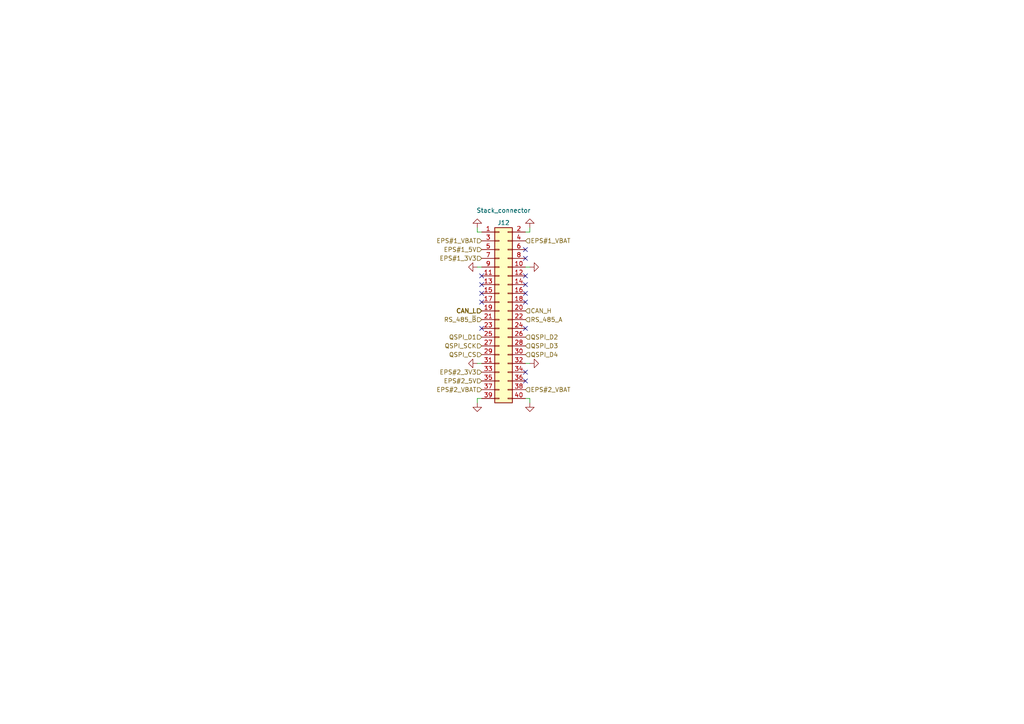
<source format=kicad_sch>
(kicad_sch (version 20210621) (generator eeschema)
  (paper "A4")
  (title_block (title "BUTCube - communication module") (date "2021-11-18") (rev "v0.2") (company "VUT - FIT(STRaDe) & FME(IAE & IPE)") (comment 1 "Author: Štěpán Rydlo"))
  (lib_symbols
    (symbol "Connector_Generic:Conn_02x20_Odd_Even" (pin_names (offset 1.016) hide)
      (property "Reference" "J" (at 1.27 25.4 0))
      (property "Value" "Conn_02x20_Odd_Even" (at 1.27 -27.94 0))
      (symbol "Conn_02x20_Odd_Even_1_1"
        (rectangle (start -1.27 -25.273) (end 0 -25.527) (stroke (width 0.1524)))
        (rectangle (start -1.27 -22.733) (end 0 -22.987) (stroke (width 0.1524)))
        (rectangle (start -1.27 -20.193) (end 0 -20.447) (stroke (width 0.1524)))
        (rectangle (start -1.27 -17.653) (end 0 -17.907) (stroke (width 0.1524)))
        (rectangle (start -1.27 -15.113) (end 0 -15.367) (stroke (width 0.1524)))
        (rectangle (start -1.27 -12.573) (end 0 -12.827) (stroke (width 0.1524)))
        (rectangle (start -1.27 -10.033) (end 0 -10.287) (stroke (width 0.1524)))
        (rectangle (start -1.27 -7.493) (end 0 -7.747) (stroke (width 0.1524)))
        (rectangle (start -1.27 -4.953) (end 0 -5.207) (stroke (width 0.1524)))
        (rectangle (start -1.27 -2.413) (end 0 -2.667) (stroke (width 0.1524)))
        (rectangle (start -1.27 0.127) (end 0 -0.127) (stroke (width 0.1524)))
        (rectangle (start -1.27 2.667) (end 0 2.413) (stroke (width 0.1524)))
        (rectangle (start -1.27 5.207) (end 0 4.953) (stroke (width 0.1524)))
        (rectangle (start -1.27 7.747) (end 0 7.493) (stroke (width 0.1524)))
        (rectangle (start -1.27 10.287) (end 0 10.033) (stroke (width 0.1524)))
        (rectangle (start -1.27 12.827) (end 0 12.573) (stroke (width 0.1524)))
        (rectangle (start -1.27 15.367) (end 0 15.113) (stroke (width 0.1524)))
        (rectangle (start -1.27 17.907) (end 0 17.653) (stroke (width 0.1524)))
        (rectangle (start -1.27 20.447) (end 0 20.193) (stroke (width 0.1524)))
        (rectangle (start -1.27 22.987) (end 0 22.733) (stroke (width 0.1524)))
        (rectangle (start 3.81 -25.273) (end 2.54 -25.527) (stroke (width 0.1524)))
        (rectangle (start 3.81 -22.733) (end 2.54 -22.987) (stroke (width 0.1524)))
        (rectangle (start 3.81 -20.193) (end 2.54 -20.447) (stroke (width 0.1524)))
        (rectangle (start 3.81 -17.653) (end 2.54 -17.907) (stroke (width 0.1524)))
        (rectangle (start 3.81 -15.113) (end 2.54 -15.367) (stroke (width 0.1524)))
        (rectangle (start 3.81 -12.573) (end 2.54 -12.827) (stroke (width 0.1524)))
        (rectangle (start 3.81 -10.033) (end 2.54 -10.287) (stroke (width 0.1524)))
        (rectangle (start 3.81 -7.493) (end 2.54 -7.747) (stroke (width 0.1524)))
        (rectangle (start 3.81 -4.953) (end 2.54 -5.207) (stroke (width 0.1524)))
        (rectangle (start 3.81 -2.413) (end 2.54 -2.667) (stroke (width 0.1524)))
        (rectangle (start 3.81 0.127) (end 2.54 -0.127) (stroke (width 0.1524)))
        (rectangle (start 3.81 2.667) (end 2.54 2.413) (stroke (width 0.1524)))
        (rectangle (start 3.81 5.207) (end 2.54 4.953) (stroke (width 0.1524)))
        (rectangle (start 3.81 7.747) (end 2.54 7.493) (stroke (width 0.1524)))
        (rectangle (start 3.81 10.287) (end 2.54 10.033) (stroke (width 0.1524)))
        (rectangle (start 3.81 12.827) (end 2.54 12.573) (stroke (width 0.1524)))
        (rectangle (start 3.81 15.367) (end 2.54 15.113) (stroke (width 0.1524)))
        (rectangle (start 3.81 17.907) (end 2.54 17.653) (stroke (width 0.1524)))
        (rectangle (start 3.81 20.447) (end 2.54 20.193) (stroke (width 0.1524)))
        (rectangle (start 3.81 22.987) (end 2.54 22.733) (stroke (width 0.1524)))
        (rectangle (start -1.27 24.13) (end 3.81 -26.67) (stroke (width 0.254)) (fill (type background)))
        (pin passive line (at -5.08 22.86 0) (length 3.81) (name "Pin_1") (number "1"))
        (pin passive line (at 7.62 12.7 180) (length 3.81) (name "Pin_10") (number "10"))
        (pin passive line (at -5.08 10.16 0) (length 3.81) (name "Pin_11") (number "11"))
        (pin passive line (at 7.62 10.16 180) (length 3.81) (name "Pin_12") (number "12"))
        (pin passive line (at -5.08 7.62 0) (length 3.81) (name "Pin_13") (number "13"))
        (pin passive line (at 7.62 7.62 180) (length 3.81) (name "Pin_14") (number "14"))
        (pin passive line (at -5.08 5.08 0) (length 3.81) (name "Pin_15") (number "15"))
        (pin passive line (at 7.62 5.08 180) (length 3.81) (name "Pin_16") (number "16"))
        (pin passive line (at -5.08 2.54 0) (length 3.81) (name "Pin_17") (number "17"))
        (pin passive line (at 7.62 2.54 180) (length 3.81) (name "Pin_18") (number "18"))
        (pin passive line (at -5.08 0 0) (length 3.81) (name "Pin_19") (number "19"))
        (pin passive line (at 7.62 22.86 180) (length 3.81) (name "Pin_2") (number "2"))
        (pin passive line (at 7.62 0 180) (length 3.81) (name "Pin_20") (number "20"))
        (pin passive line (at -5.08 -2.54 0) (length 3.81) (name "Pin_21") (number "21"))
        (pin passive line (at 7.62 -2.54 180) (length 3.81) (name "Pin_22") (number "22"))
        (pin passive line (at -5.08 -5.08 0) (length 3.81) (name "Pin_23") (number "23"))
        (pin passive line (at 7.62 -5.08 180) (length 3.81) (name "Pin_24") (number "24"))
        (pin passive line (at -5.08 -7.62 0) (length 3.81) (name "Pin_25") (number "25"))
        (pin passive line (at 7.62 -7.62 180) (length 3.81) (name "Pin_26") (number "26"))
        (pin passive line (at -5.08 -10.16 0) (length 3.81) (name "Pin_27") (number "27"))
        (pin passive line (at 7.62 -10.16 180) (length 3.81) (name "Pin_28") (number "28"))
        (pin passive line (at -5.08 -12.7 0) (length 3.81) (name "Pin_29") (number "29"))
        (pin passive line (at -5.08 20.32 0) (length 3.81) (name "Pin_3") (number "3"))
        (pin passive line (at 7.62 -12.7 180) (length 3.81) (name "Pin_30") (number "30"))
        (pin passive line (at -5.08 -15.24 0) (length 3.81) (name "Pin_31") (number "31"))
        (pin passive line (at 7.62 -15.24 180) (length 3.81) (name "Pin_32") (number "32"))
        (pin passive line (at -5.08 -17.78 0) (length 3.81) (name "Pin_33") (number "33"))
        (pin passive line (at 7.62 -17.78 180) (length 3.81) (name "Pin_34") (number "34"))
        (pin passive line (at -5.08 -20.32 0) (length 3.81) (name "Pin_35") (number "35"))
        (pin passive line (at 7.62 -20.32 180) (length 3.81) (name "Pin_36") (number "36"))
        (pin passive line (at -5.08 -22.86 0) (length 3.81) (name "Pin_37") (number "37"))
        (pin passive line (at 7.62 -22.86 180) (length 3.81) (name "Pin_38") (number "38"))
        (pin passive line (at -5.08 -25.4 0) (length 3.81) (name "Pin_39") (number "39"))
        (pin passive line (at 7.62 20.32 180) (length 3.81) (name "Pin_4") (number "4"))
        (pin passive line (at 7.62 -25.4 180) (length 3.81) (name "Pin_40") (number "40"))
        (pin passive line (at -5.08 17.78 0) (length 3.81) (name "Pin_5") (number "5"))
        (pin passive line (at 7.62 17.78 180) (length 3.81) (name "Pin_6") (number "6"))
        (pin passive line (at -5.08 15.24 0) (length 3.81) (name "Pin_7") (number "7"))
        (pin passive line (at 7.62 15.24 180) (length 3.81) (name "Pin_8") (number "8"))
        (pin passive line (at -5.08 12.7 0) (length 3.81) (name "Pin_9") (number "9"))
      )
    )
    (symbol "power:GND" (power) (pin_names (offset 0))
      (property "Value" "GND" (at 0 -3.81 0))
      (symbol "GND_0_1"
        (polyline (pts (xy 0 0) (xy 0 -1.27) (xy 1.27 -1.27) (xy 0 -2.54) (xy -1.27 -1.27) (xy 0 -1.27)))
      )
      (symbol "GND_1_1"
        (pin power_in line (at 0 0 270) (length 0) hide (name "GND") (number "1"))
      )
    )
  )
  (no_connect (at 139.7 80.01))
  (no_connect (at 139.7 82.55))
  (no_connect (at 139.7 85.09))
  (no_connect (at 139.7 87.63))
  (no_connect (at 139.7 95.25))
  (no_connect (at 152.4 72.39))
  (no_connect (at 152.4 74.93))
  (no_connect (at 152.4 80.01))
  (no_connect (at 152.4 82.55))
  (no_connect (at 152.4 85.09))
  (no_connect (at 152.4 87.63))
  (no_connect (at 152.4 95.25))
  (no_connect (at 152.4 107.95))
  (no_connect (at 152.4 110.49))
  (wire (pts (xy 138.43 66.04) (xy 138.43 67.31)))
  (wire (pts (xy 138.43 67.31) (xy 139.7 67.31)))
  (wire (pts (xy 138.43 115.57) (xy 139.7 115.57)))
  (wire (pts (xy 138.43 116.84) (xy 138.43 115.57)))
  (wire (pts (xy 139.7 77.47) (xy 138.43 77.47)))
  (wire (pts (xy 139.7 105.41) (xy 138.43 105.41)))
  (wire (pts (xy 152.4 67.31) (xy 153.67 67.31)))
  (wire (pts (xy 152.4 77.47) (xy 153.67 77.47)))
  (wire (pts (xy 152.4 105.41) (xy 153.67 105.41)))
  (wire (pts (xy 152.4 115.57) (xy 153.67 115.57)))
  (wire (pts (xy 153.67 67.31) (xy 153.67 66.04)))
  (wire (pts (xy 153.67 115.57) (xy 153.67 116.84)))
  (hierarchical_label "EPS#1_VBAT" (shape input) (at 139.7 69.85 180))
  (hierarchical_label "EPS#1_5V" (shape input) (at 139.7 72.39 180))
  (hierarchical_label "EPS#1_3V3" (shape input) (at 139.7 74.93 180))
  (hierarchical_label "CAN_L" (shape input) (at 139.7 90.17 180) (effects (font (thickness 0.254))))
  (hierarchical_label "RS_485_~{B}" (shape input) (at 139.7 92.71 180))
  (hierarchical_label "QSPI_D1" (shape input) (at 139.7 97.79 180))
  (hierarchical_label "QSPI_SCK" (shape input) (at 139.7 100.33 180))
  (hierarchical_label "QSPI_CS" (shape input) (at 139.7 102.87 180))
  (hierarchical_label "EPS#2_3V3" (shape input) (at 139.7 107.95 180))
  (hierarchical_label "EPS#2_5V" (shape input) (at 139.7 110.49 180))
  (hierarchical_label "EPS#2_VBAT" (shape input) (at 139.7 113.03 180))
  (hierarchical_label "EPS#1_VBAT" (shape input) (at 152.4 69.85 0))
  (hierarchical_label "CAN_H" (shape input) (at 152.4 90.17 0))
  (hierarchical_label "RS_485_A" (shape input) (at 152.4 92.71 0))
  (hierarchical_label "QSPI_D2" (shape input) (at 152.4 97.79 0))
  (hierarchical_label "QSPI_D3" (shape input) (at 152.4 100.33 0))
  (hierarchical_label "QSPI_D4" (shape input) (at 152.4 102.87 0))
  (hierarchical_label "EPS#2_VBAT" (shape input) (at 152.4 113.03 0))
  (symbol (lib_id "power:GND") (at 138.43 66.04 180) (unit 1)
    (property "Reference" "#PWR096" (effects hide))
    (property "Value" "GND" (effects hide))
  )
  (symbol (lib_id "power:GND") (at 138.43 77.47 270) (unit 1)
    (property "Reference" "#PWR097" (effects hide))
    (property "Value" "GND" (effects hide))
  )
  (symbol (lib_id "power:GND") (at 138.43 105.41 270) (unit 1)
    (property "Reference" "#PWR098" (effects hide))
    (property "Value" "GND" (effects hide))
  )
  (symbol (lib_id "power:GND") (at 138.43 116.84 0) (unit 1)
    (property "Reference" "#PWR099" (effects hide))
    (property "Value" "GND" (effects hide))
  )
  (symbol (lib_id "power:GND") (at 153.67 66.04 180) (unit 1)
    (property "Reference" "#PWR0100" (effects hide))
    (property "Value" "GND" (effects hide))
  )
  (symbol (lib_id "power:GND") (at 153.67 77.47 90) (unit 1)
    (property "Reference" "#PWR0101" (effects hide))
    (property "Value" "GND" (effects hide))
  )
  (symbol (lib_id "power:GND") (at 153.67 105.41 90) (unit 1)
    (property "Reference" "#PWR0102" (effects hide))
    (property "Value" "GND" (effects hide))
  )
  (symbol (lib_id "power:GND") (at 153.67 116.84 0) (unit 1)
    (property "Reference" "#PWR0103" (effects hide))
    (property "Value" "GND" (effects hide))
  )
  (symbol (lib_id "Connector_Generic:Conn_02x20_Odd_Even") (at 144.78 90.17 0) (unit 1)
    (property "Reference" "J12" (at 146.05 64.6134 0))
    (property "Value" "Stack_connector" (at 146.05 61.0385 0))
    (property "Footprint" "Connector_PinSocket_2.54mm:PinSocket_2x20_P2.54mm_Vertical" (effects hide))
  )
)
</source>
